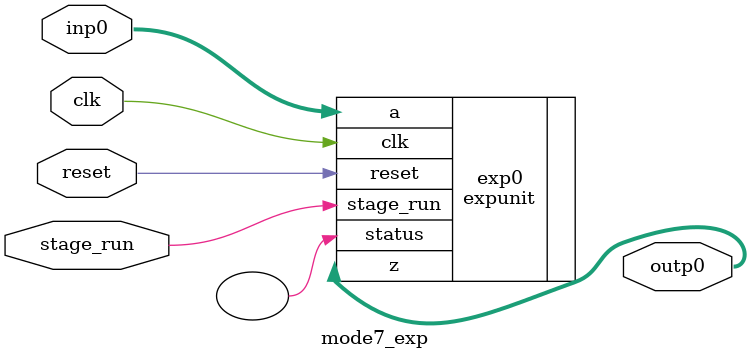
<source format=v>

`ifndef DEFINES_DONE
`define DEFINES_DONE
`define EXPONENT 5
`define MANTISSA 10
`define SIGN 1
`define DATAWIDTH (`SIGN+`EXPONENT+`MANTISSA)
`define IEEE_COMPLIANCE 1
`define NUM 1
`define ADDRSIZE 4
`define ADDRSIZE_FOR_TB 5
`endif


`include "DW_fp_cmp.v"
`include "DW_fp_addsub.v"
`include "DW_fp_add.v"
`include "DW_fp_sub.v"
`include "DW_fp_mult.v"
`include "DW01_ash.v"
`include "exponentialunit.v"
`include "logunit.v"

`timescale 1ns / 1ps

module softmax(
  inp,      //data in from memory to max block
  sub0_inp, //data inputs from memory to first-stage subtractors
  sub1_inp, //data inputs from memory to second-stage subtractors

  start_addr,   //the first address that contains input data in the on-chip memory
  end_addr,     //max address containing required data

  addr,          //address corresponding to data inp
  sub0_inp_addr, //address corresponding to sub0_inp
  sub1_inp_addr, //address corresponding to sub1_inp

  outp0,

  clk,
  reset,
  init,   //the signal indicating to latch the new start address
  done,   //done signal asserts when the softmax calculation is over
  start); //start signal for the overall softmax operation

  input clk;
  input reset;
  input start;
  input init;

  input  [`DATAWIDTH*`NUM-1:0] inp;
  input  [`DATAWIDTH*`NUM-1:0] sub0_inp;
  input  [`DATAWIDTH*`NUM-1:0] sub1_inp;
  input  [`ADDRSIZE-1:0]       end_addr;
  input  [`ADDRSIZE-1:0]       start_addr;

  output [`ADDRSIZE-1 :0] addr;
  output  [`ADDRSIZE-1:0] sub0_inp_addr;
  output  [`ADDRSIZE-1:0] sub1_inp_addr;

  output [`DATAWIDTH-1:0] outp0;
  output done;

  reg [`DATAWIDTH*`NUM-1:0] inp_reg;
  reg [`ADDRSIZE-1:0] addr;
  reg [`DATAWIDTH*`NUM-1:0] sub0_inp_reg;
  reg [`DATAWIDTH*`NUM-1:0] sub1_inp_reg;
  reg [`ADDRSIZE-1:0] sub0_inp_addr;
  reg [`ADDRSIZE-1:0] sub1_inp_addr;


  ////-----------control signals--------------////
  reg mode1_start;
  reg mode1_run;
  reg mode2_start;
  reg mode2_run;

  reg mode3_stage_run;
  reg mode7_stage_run;

  reg mode3_run;
  reg mode3_run_a;
  reg mode3_stage_run_a;

  wire mode1_stage0_run;
  assign mode1_stage0_run = mode1_run;

  reg mode4_stage0_run;

  reg mode5_run;
  reg mode6_run;
  reg mode7_run;
  reg presub_start;
  reg presub_run;
  reg done;

  always @(posedge clk)begin
    mode3_run_a <= mode3_run;
    mode3_stage_run_a <= mode3_stage_run;
  end

  always @(posedge clk)
  begin
    if(reset) begin
      inp_reg <= 0;
      addr <= 0;
      sub0_inp_addr <= 0;
      sub1_inp_addr <= 0;
      sub0_inp_reg <= 0;
      sub1_inp_reg <= 0;
      mode1_start <= 0;
      mode1_run <= 0;

      mode3_stage_run <= 0;
      mode7_stage_run <= 0;
      mode2_start <= 0;
      mode2_run <= 0;
      mode3_run <= 0;
      mode4_stage0_run <= 0;
      mode5_run <= 0;
      mode6_run <= 0;
      mode7_run <= 0;
      presub_start <= 0;
      presub_run <= 0;
      done <= 0;
    end

    //init latch the input address
    if(init) begin
      addr <= start_addr;
    end

    //start the mode1 max calculation
    if(start)begin
      mode1_start <= 1;
    end

    //logic when to finish mode1 and trigger mode2 to latch the mode2 address
    if(~reset && mode1_start && addr < end_addr) begin
      addr <= addr + 1;
      inp_reg <= inp;
      mode1_run <= 1;
      if(addr == end_addr - 1) begin
        mode2_start <= 1;
        sub0_inp_addr <= start_addr;
      end
    end else if(addr == end_addr)begin
      addr <= 0;
      mode1_run <= 0;
      mode1_start <= 0;
    end else begin
      mode1_run <= 0;
    end


    //logic when to finish mode2
    if(~reset && mode2_start && sub0_inp_addr < end_addr)begin
      sub0_inp_addr <= sub0_inp_addr + 1;
      sub0_inp_reg <= sub0_inp;
      mode2_run <= 1;
    end else if(sub0_inp_addr == end_addr)begin
      sub0_inp_addr <= 0;
      sub0_inp_reg <= 0;
      mode2_run <= 0;
      mode2_start <= 0;
    end

    //logic when to trigger mode3
    if(mode2_run == 1) begin
      mode3_stage_run <= 1;
    end else begin
      mode3_stage_run <= 0;
    end

    if(mode3_stage_run == 1) begin
      mode3_run <= 1;
    end else begin
      mode3_run <= 0;
    end

    //logic when to trigger mode4 last stage adderTree, since the final results of adderTree
    //is always ready 1 cycle after mode3 finishes, so there is no need on extra
    //logic to control the adderTree outputs
    if (mode3_run == 1) begin
      mode4_stage0_run <= 1;
    end else begin
      mode4_stage0_run <= 0;
    end

    //mode5 should be triggered right at the falling edge of mode4_stage1_run
    if(mode3_run_a & ~mode3_run) begin
      mode5_run <= 1;
    end else if(mode3_run == 0) begin
      mode5_run <= 0;
    end

    if (mode3_stage_run_a & ~mode3_stage_run) begin
      presub_start <= 1;
      sub1_inp_addr <= start_addr;
      sub1_inp_reg <= sub1_inp;
    end

    if(~reset && presub_start && sub1_inp_addr < end_addr)begin
      sub1_inp_addr <= sub1_inp_addr + 1;
      sub1_inp_reg <= sub1_inp;
      presub_run <= 1;
    end else if(sub1_inp_addr == end_addr) begin
      presub_run <= 0;
      presub_start <= 0;
      sub1_inp_addr <= 0;
      sub1_inp_reg <= 0;
    end

    if(presub_run) begin
      mode6_run <= 1;
    end else begin
      mode6_run <= 0;
    end

    if(mode6_run == 1) begin
      mode7_stage_run <= 1;
    end else begin
      mode7_stage_run <= 0;
    end

    if(mode7_stage_run == 1) begin
      mode7_run <= 1;
    end else begin
      mode7_run <= 0;
    end

    if(mode7_run) begin
      done <= 1;
    end else begin
      done <= 0;
    end

  end

  ////------mode1 max block---------///////
  wire [`DATAWIDTH-1:0] max_outp;

  mode1_max_tree mode1_max(
      .inp0(inp_reg[`DATAWIDTH*1-1:`DATAWIDTH*0]),
      .mode1_stage0_run(mode1_stage0_run),
      .clk(clk),
      .reset(reset),
      .outp(max_outp));

  ////------mode2 subtraction---------///////
  wire [`DATAWIDTH-1:0] mode2_outp_sub0;
  mode2_sub mode2_sub(
      .a_inp0(sub0_inp_reg[`DATAWIDTH*1-1:`DATAWIDTH*0]),
      .outp0(mode2_outp_sub0),
      .b_inp(max_outp));

  reg [`DATAWIDTH-1:0] mode2_outp_sub0_reg;
  always @(posedge clk) begin
    if (reset) begin
      mode2_outp_sub0_reg <= 0;
    end else if (mode2_run) begin
      mode2_outp_sub0_reg <= mode2_outp_sub0;
    end
  end

  ////------mode3 exponential---------///////
  wire [`DATAWIDTH-1:0] mode3_outp_exp0;
  mode3_exp mode3_exp(
      .inp0(mode2_outp_sub0_reg),

      .clk(clk),
      .reset(reset),
      .stage_run(mode3_stage_run),

      .outp0(mode3_outp_exp0)
  );

  reg [`DATAWIDTH-1:0] mode3_outp_exp0_reg;
  always @(posedge clk) begin
    if (reset) begin
      mode3_outp_exp0_reg <= 0;
    end else if (mode3_run) begin
      mode3_outp_exp0_reg <= mode3_outp_exp0;
    end
  end

  //////------mode4 pipelined adder tree---------///////
  wire [`DATAWIDTH-1:0] mode4_adder_tree_outp;
  mode4_adder_tree mode4_adder_tree(
    .inp0(mode3_outp_exp0_reg),
    .mode4_stage0_run(mode4_stage0_run),

    .clk(clk),
    .reset(reset),
    .outp(mode4_adder_tree_outp)
  );


  //////------mode5 log---------///////
  wire [`DATAWIDTH-1:0] mode5_outp_log;
  reg  [`DATAWIDTH-1:0] mode5_outp_log_reg;
  mode5_ln mode5_ln(.inp(mode4_adder_tree_outp), .outp(mode5_outp_log));

  always @(posedge clk) begin
    if(reset) begin
      mode5_outp_log_reg <= 0;
    end else if(mode5_run) begin
      mode5_outp_log_reg <= mode5_outp_log;
    end
  end

  //////------mode6 pre-sub---------///////
  wire [`DATAWIDTH-1:0] mode6_outp_presub0;
  reg [`DATAWIDTH-1:0] mode6_outp_presub0_reg;

  mode6_sub pre_sub(
      .a_inp0(sub1_inp_reg[`DATAWIDTH*1-1:`DATAWIDTH*0]),
      .b_inp(max_outp),
      .outp0(mode6_outp_presub0)
  );
  always @(posedge clk) begin
    if (reset) begin
      mode6_outp_presub0_reg <= 0;
    end else if (presub_run) begin
      mode6_outp_presub0_reg <= mode6_outp_presub0;
    end
  end

  //////------mode6 logsub ---------///////
  wire [`DATAWIDTH-1:0] mode6_outp_logsub0;
  reg [`DATAWIDTH-1:0] mode6_outp_logsub0_reg;

  mode6_sub log_sub(
      .a_inp0(mode6_outp_presub0_reg),
      .b_inp(mode5_outp_log_reg),
      .outp0(mode6_outp_logsub0)
  );
  always @(posedge clk) begin
    if (reset) begin
      mode6_outp_logsub0_reg <= 0;
    end else if (mode6_run) begin
      mode6_outp_logsub0_reg <= mode6_outp_logsub0;
    end
  end

  //////------mode7 exp---------///////
  wire [`DATAWIDTH-1:0] outp0_temp;
  reg [`DATAWIDTH-1:0] outp0;

  mode7_exp mode7_exp(
      .inp0(mode6_outp_logsub0_reg),

      .clk(clk),
      .reset(reset),
      .stage_run(mode7_stage_run),

      .outp0(outp0_temp)
  );
  always @(posedge clk) begin
    if (reset) begin
      outp0 <= 0;
    end else if (mode7_run) begin
      outp0 <= outp0_temp;
    end
  end

endmodule


module mode1_max_tree(
  inp0, 

  outp,

  mode1_stage0_run,
  clk,
  reset
);
  input clk;
  input reset;
  input mode1_stage0_run;

  input  [`DATAWIDTH-1 : 0] inp0; 

  output [`DATAWIDTH-1 : 0] outp;
  reg    [`DATAWIDTH-1 : 0] outp;

  wire   [`DATAWIDTH-1 : 0] cmp0_out_stage0;

  always @(posedge clk) begin
    if (reset) begin
      outp <= 0;
    end

    if(~reset && mode1_stage0_run) begin
      outp <= cmp0_out_stage0;
    end

  end

DW_fp_cmp #(`MANTISSA, `EXPONENT, `IEEE_COMPLIANCE) cmp0_stage0(.a(outp),       .b(inp0),      .z1(cmp0_out_stage0), .zctr(1'b0), .aeqb(), .altb(), .agtb(), .unordered(), .z0(), .status0(), .status1());

endmodule


module mode2_sub(
  a_inp0,
  b_inp,
  outp0
);

  input  [`DATAWIDTH-1 : 0] a_inp0;
  input  [`DATAWIDTH-1 : 0] b_inp;
  output  [`DATAWIDTH-1 : 0] outp0;
  DW_fp_sub #(`MANTISSA, `EXPONENT, `IEEE_COMPLIANCE) sub0(.a(a_inp0), .b(b_inp), .z(outp0), .rnd(3'b000), .status());
endmodule


module mode3_exp(
  inp0, 

  clk,
  reset,
  stage_run,

  outp0
);

  input  [`DATAWIDTH-1 : 0] inp0;

  input  clk;
  input  reset;
  input  stage_run;

  output  [`DATAWIDTH-1 : 0] outp0;
  expunit exp0(.a(inp0), .z(outp0), .status(), .stage_run(stage_run), .clk(clk), .reset(reset));
endmodule


module mode4_adder_tree(
  inp0, 
  mode4_stage0_run,

  clk,
  reset,
  outp
);

  input clk;
  input reset;
  input  [`DATAWIDTH-1 : 0] inp0; 
  output [`DATAWIDTH-1 : 0] outp;
  input mode4_stage0_run;

  wire   [`DATAWIDTH-1 : 0] add0_out_stage0;
  reg    [`DATAWIDTH-1 : 0] outp;

  always @(posedge clk) begin
    if (reset) begin
      outp <= 0;
    end

    if(~reset && mode4_stage0_run) begin
      outp <= add0_out_stage0;
    end

  end
  DW_fp_add #(`MANTISSA, `EXPONENT, `IEEE_COMPLIANCE) add0_stage0(.a(outp),       .b(inp0),      .z(add0_out_stage0), .rnd(3'b000),    .status());

endmodule


module mode5_ln(
inp,
outp
);
  input  [`DATAWIDTH-1 : 0] inp;
  output [`DATAWIDTH-1 : 0] outp;
  logunit ln(.a(inp), .z(outp), .status());
endmodule


module mode6_sub(
  a_inp0,
  b_inp,
  outp0
);

  input  [`DATAWIDTH-1 : 0] a_inp0;
  input  [`DATAWIDTH-1 : 0] b_inp;
  output  [`DATAWIDTH-1 : 0] outp0;
  DW_fp_sub #(`MANTISSA, `EXPONENT, `IEEE_COMPLIANCE) sub0(.a(a_inp0), .b(b_inp), .z(outp0), .rnd(3'b000), .status());
endmodule


module mode7_exp(
  inp0, 

  clk,
  reset,
  stage_run,

  outp0
);

  input  [`DATAWIDTH-1 : 0] inp0;

  input  clk;
  input  reset;
  input  stage_run;

  output  [`DATAWIDTH-1 : 0] outp0;
  expunit exp0(.a(inp0), .z(outp0), .status(), .stage_run(stage_run), .clk(clk), .reset(reset));
endmodule


</source>
